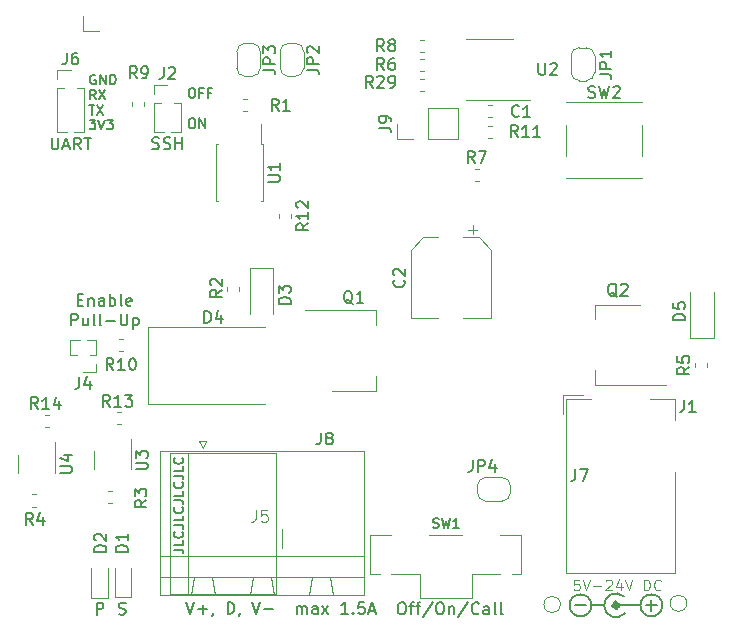
<source format=gbr>
%TF.GenerationSoftware,KiCad,Pcbnew,5.1.5-52549c5~84~ubuntu19.10.1*%
%TF.CreationDate,2020-01-05T17:23:38+01:00*%
%TF.ProjectId,RPi heating control hat,52506920-6865-4617-9469-6e6720636f6e,rev?*%
%TF.SameCoordinates,Original*%
%TF.FileFunction,Legend,Top*%
%TF.FilePolarity,Positive*%
%FSLAX46Y46*%
G04 Gerber Fmt 4.6, Leading zero omitted, Abs format (unit mm)*
G04 Created by KiCad (PCBNEW 5.1.5-52549c5~84~ubuntu19.10.1) date 2020-01-05 17:23:38*
%MOMM*%
%LPD*%
G04 APERTURE LIST*
%ADD10C,0.152400*%
%ADD11C,0.150000*%
%ADD12C,0.100000*%
%ADD13C,0.200000*%
%ADD14C,0.120000*%
%ADD15C,0.500000*%
G04 APERTURE END LIST*
D10*
X93354895Y-110754361D02*
X93935466Y-110754361D01*
X94051580Y-110793066D01*
X94128990Y-110870476D01*
X94167695Y-110986590D01*
X94167695Y-111064000D01*
X94167695Y-109980266D02*
X94167695Y-110367314D01*
X93354895Y-110367314D01*
X94090285Y-109244876D02*
X94128990Y-109283580D01*
X94167695Y-109399695D01*
X94167695Y-109477104D01*
X94128990Y-109593219D01*
X94051580Y-109670628D01*
X93974171Y-109709333D01*
X93819352Y-109748038D01*
X93703238Y-109748038D01*
X93548419Y-109709333D01*
X93471009Y-109670628D01*
X93393600Y-109593219D01*
X93354895Y-109477104D01*
X93354895Y-109399695D01*
X93393600Y-109283580D01*
X93432304Y-109244876D01*
X93354895Y-108664304D02*
X93935466Y-108664304D01*
X94051580Y-108703009D01*
X94128990Y-108780419D01*
X94167695Y-108896533D01*
X94167695Y-108973942D01*
X94167695Y-107890209D02*
X94167695Y-108277257D01*
X93354895Y-108277257D01*
X94090285Y-107154819D02*
X94128990Y-107193523D01*
X94167695Y-107309638D01*
X94167695Y-107387047D01*
X94128990Y-107503161D01*
X94051580Y-107580571D01*
X93974171Y-107619276D01*
X93819352Y-107657980D01*
X93703238Y-107657980D01*
X93548419Y-107619276D01*
X93471009Y-107580571D01*
X93393600Y-107503161D01*
X93354895Y-107387047D01*
X93354895Y-107309638D01*
X93393600Y-107193523D01*
X93432304Y-107154819D01*
X93354895Y-106574247D02*
X93935466Y-106574247D01*
X94051580Y-106612952D01*
X94128990Y-106690361D01*
X94167695Y-106806476D01*
X94167695Y-106883885D01*
X94167695Y-105800152D02*
X94167695Y-106187200D01*
X93354895Y-106187200D01*
X94090285Y-105064761D02*
X94128990Y-105103466D01*
X94167695Y-105219580D01*
X94167695Y-105296990D01*
X94128990Y-105413104D01*
X94051580Y-105490514D01*
X93974171Y-105529219D01*
X93819352Y-105567923D01*
X93703238Y-105567923D01*
X93548419Y-105529219D01*
X93471009Y-105490514D01*
X93393600Y-105413104D01*
X93354895Y-105296990D01*
X93354895Y-105219580D01*
X93393600Y-105103466D01*
X93432304Y-105064761D01*
X93354895Y-104484190D02*
X93935466Y-104484190D01*
X94051580Y-104522895D01*
X94128990Y-104600304D01*
X94167695Y-104716419D01*
X94167695Y-104793828D01*
X94167695Y-103710095D02*
X94167695Y-104097142D01*
X93354895Y-104097142D01*
X94090285Y-102974704D02*
X94128990Y-103013409D01*
X94167695Y-103129523D01*
X94167695Y-103206933D01*
X94128990Y-103323047D01*
X94051580Y-103400457D01*
X93974171Y-103439161D01*
X93819352Y-103477866D01*
X93703238Y-103477866D01*
X93548419Y-103439161D01*
X93471009Y-103400457D01*
X93393600Y-103323047D01*
X93354895Y-103206933D01*
X93354895Y-103129523D01*
X93393600Y-103013409D01*
X93432304Y-102974704D01*
D11*
X85238095Y-89603571D02*
X85571428Y-89603571D01*
X85714285Y-90127380D02*
X85238095Y-90127380D01*
X85238095Y-89127380D01*
X85714285Y-89127380D01*
X86142857Y-89460714D02*
X86142857Y-90127380D01*
X86142857Y-89555952D02*
X86190476Y-89508333D01*
X86285714Y-89460714D01*
X86428571Y-89460714D01*
X86523809Y-89508333D01*
X86571428Y-89603571D01*
X86571428Y-90127380D01*
X87476190Y-90127380D02*
X87476190Y-89603571D01*
X87428571Y-89508333D01*
X87333333Y-89460714D01*
X87142857Y-89460714D01*
X87047619Y-89508333D01*
X87476190Y-90079761D02*
X87380952Y-90127380D01*
X87142857Y-90127380D01*
X87047619Y-90079761D01*
X87000000Y-89984523D01*
X87000000Y-89889285D01*
X87047619Y-89794047D01*
X87142857Y-89746428D01*
X87380952Y-89746428D01*
X87476190Y-89698809D01*
X87952380Y-90127380D02*
X87952380Y-89127380D01*
X87952380Y-89508333D02*
X88047619Y-89460714D01*
X88238095Y-89460714D01*
X88333333Y-89508333D01*
X88380952Y-89555952D01*
X88428571Y-89651190D01*
X88428571Y-89936904D01*
X88380952Y-90032142D01*
X88333333Y-90079761D01*
X88238095Y-90127380D01*
X88047619Y-90127380D01*
X87952380Y-90079761D01*
X89000000Y-90127380D02*
X88904761Y-90079761D01*
X88857142Y-89984523D01*
X88857142Y-89127380D01*
X89761904Y-90079761D02*
X89666666Y-90127380D01*
X89476190Y-90127380D01*
X89380952Y-90079761D01*
X89333333Y-89984523D01*
X89333333Y-89603571D01*
X89380952Y-89508333D01*
X89476190Y-89460714D01*
X89666666Y-89460714D01*
X89761904Y-89508333D01*
X89809523Y-89603571D01*
X89809523Y-89698809D01*
X89333333Y-89794047D01*
X84666666Y-91777380D02*
X84666666Y-90777380D01*
X85047619Y-90777380D01*
X85142857Y-90825000D01*
X85190476Y-90872619D01*
X85238095Y-90967857D01*
X85238095Y-91110714D01*
X85190476Y-91205952D01*
X85142857Y-91253571D01*
X85047619Y-91301190D01*
X84666666Y-91301190D01*
X86095238Y-91110714D02*
X86095238Y-91777380D01*
X85666666Y-91110714D02*
X85666666Y-91634523D01*
X85714285Y-91729761D01*
X85809523Y-91777380D01*
X85952380Y-91777380D01*
X86047619Y-91729761D01*
X86095238Y-91682142D01*
X86714285Y-91777380D02*
X86619047Y-91729761D01*
X86571428Y-91634523D01*
X86571428Y-90777380D01*
X87238095Y-91777380D02*
X87142857Y-91729761D01*
X87095238Y-91634523D01*
X87095238Y-90777380D01*
X87619047Y-91396428D02*
X88380952Y-91396428D01*
X88857142Y-90777380D02*
X88857142Y-91586904D01*
X88904761Y-91682142D01*
X88952380Y-91729761D01*
X89047619Y-91777380D01*
X89238095Y-91777380D01*
X89333333Y-91729761D01*
X89380952Y-91682142D01*
X89428571Y-91586904D01*
X89428571Y-90777380D01*
X89904761Y-91110714D02*
X89904761Y-92110714D01*
X89904761Y-91158333D02*
X90000000Y-91110714D01*
X90190476Y-91110714D01*
X90285714Y-91158333D01*
X90333333Y-91205952D01*
X90380952Y-91301190D01*
X90380952Y-91586904D01*
X90333333Y-91682142D01*
X90285714Y-91729761D01*
X90190476Y-91777380D01*
X90000000Y-91777380D01*
X89904761Y-91729761D01*
X94442738Y-115202380D02*
X94776071Y-116202380D01*
X95109404Y-115202380D01*
X95442738Y-115821428D02*
X96204642Y-115821428D01*
X95823690Y-116202380D02*
X95823690Y-115440476D01*
X96728452Y-116154761D02*
X96728452Y-116202380D01*
X96680833Y-116297619D01*
X96633214Y-116345238D01*
X97918928Y-116202380D02*
X97918928Y-115202380D01*
X98157023Y-115202380D01*
X98299880Y-115250000D01*
X98395119Y-115345238D01*
X98442738Y-115440476D01*
X98490357Y-115630952D01*
X98490357Y-115773809D01*
X98442738Y-115964285D01*
X98395119Y-116059523D01*
X98299880Y-116154761D01*
X98157023Y-116202380D01*
X97918928Y-116202380D01*
X98966547Y-116154761D02*
X98966547Y-116202380D01*
X98918928Y-116297619D01*
X98871309Y-116345238D01*
X100014166Y-115202380D02*
X100347500Y-116202380D01*
X100680833Y-115202380D01*
X101014166Y-115821428D02*
X101776071Y-115821428D01*
X103776071Y-116202380D02*
X103776071Y-115535714D01*
X103776071Y-115630952D02*
X103823690Y-115583333D01*
X103918928Y-115535714D01*
X104061785Y-115535714D01*
X104157023Y-115583333D01*
X104204642Y-115678571D01*
X104204642Y-116202380D01*
X104204642Y-115678571D02*
X104252261Y-115583333D01*
X104347500Y-115535714D01*
X104490357Y-115535714D01*
X104585595Y-115583333D01*
X104633214Y-115678571D01*
X104633214Y-116202380D01*
X105537976Y-116202380D02*
X105537976Y-115678571D01*
X105490357Y-115583333D01*
X105395119Y-115535714D01*
X105204642Y-115535714D01*
X105109404Y-115583333D01*
X105537976Y-116154761D02*
X105442738Y-116202380D01*
X105204642Y-116202380D01*
X105109404Y-116154761D01*
X105061785Y-116059523D01*
X105061785Y-115964285D01*
X105109404Y-115869047D01*
X105204642Y-115821428D01*
X105442738Y-115821428D01*
X105537976Y-115773809D01*
X105918928Y-116202380D02*
X106442738Y-115535714D01*
X105918928Y-115535714D02*
X106442738Y-116202380D01*
X108109404Y-116202380D02*
X107537976Y-116202380D01*
X107823690Y-116202380D02*
X107823690Y-115202380D01*
X107728452Y-115345238D01*
X107633214Y-115440476D01*
X107537976Y-115488095D01*
X108537976Y-116107142D02*
X108585595Y-116154761D01*
X108537976Y-116202380D01*
X108490357Y-116154761D01*
X108537976Y-116107142D01*
X108537976Y-116202380D01*
X109490357Y-115202380D02*
X109014166Y-115202380D01*
X108966547Y-115678571D01*
X109014166Y-115630952D01*
X109109404Y-115583333D01*
X109347500Y-115583333D01*
X109442738Y-115630952D01*
X109490357Y-115678571D01*
X109537976Y-115773809D01*
X109537976Y-116011904D01*
X109490357Y-116107142D01*
X109442738Y-116154761D01*
X109347500Y-116202380D01*
X109109404Y-116202380D01*
X109014166Y-116154761D01*
X108966547Y-116107142D01*
X109918928Y-115916666D02*
X110395119Y-115916666D01*
X109823690Y-116202380D02*
X110157023Y-115202380D01*
X110490357Y-116202380D01*
X112583333Y-115227380D02*
X112773809Y-115227380D01*
X112869047Y-115275000D01*
X112964285Y-115370238D01*
X113011904Y-115560714D01*
X113011904Y-115894047D01*
X112964285Y-116084523D01*
X112869047Y-116179761D01*
X112773809Y-116227380D01*
X112583333Y-116227380D01*
X112488095Y-116179761D01*
X112392857Y-116084523D01*
X112345238Y-115894047D01*
X112345238Y-115560714D01*
X112392857Y-115370238D01*
X112488095Y-115275000D01*
X112583333Y-115227380D01*
X113297619Y-115560714D02*
X113678571Y-115560714D01*
X113440476Y-116227380D02*
X113440476Y-115370238D01*
X113488095Y-115275000D01*
X113583333Y-115227380D01*
X113678571Y-115227380D01*
X113869047Y-115560714D02*
X114250000Y-115560714D01*
X114011904Y-116227380D02*
X114011904Y-115370238D01*
X114059523Y-115275000D01*
X114154761Y-115227380D01*
X114250000Y-115227380D01*
X115297619Y-115179761D02*
X114440476Y-116465476D01*
X115821428Y-115227380D02*
X116011904Y-115227380D01*
X116107142Y-115275000D01*
X116202380Y-115370238D01*
X116250000Y-115560714D01*
X116250000Y-115894047D01*
X116202380Y-116084523D01*
X116107142Y-116179761D01*
X116011904Y-116227380D01*
X115821428Y-116227380D01*
X115726190Y-116179761D01*
X115630952Y-116084523D01*
X115583333Y-115894047D01*
X115583333Y-115560714D01*
X115630952Y-115370238D01*
X115726190Y-115275000D01*
X115821428Y-115227380D01*
X116678571Y-115560714D02*
X116678571Y-116227380D01*
X116678571Y-115655952D02*
X116726190Y-115608333D01*
X116821428Y-115560714D01*
X116964285Y-115560714D01*
X117059523Y-115608333D01*
X117107142Y-115703571D01*
X117107142Y-116227380D01*
X118297619Y-115179761D02*
X117440476Y-116465476D01*
X119202380Y-116132142D02*
X119154761Y-116179761D01*
X119011904Y-116227380D01*
X118916666Y-116227380D01*
X118773809Y-116179761D01*
X118678571Y-116084523D01*
X118630952Y-115989285D01*
X118583333Y-115798809D01*
X118583333Y-115655952D01*
X118630952Y-115465476D01*
X118678571Y-115370238D01*
X118773809Y-115275000D01*
X118916666Y-115227380D01*
X119011904Y-115227380D01*
X119154761Y-115275000D01*
X119202380Y-115322619D01*
X120059523Y-116227380D02*
X120059523Y-115703571D01*
X120011904Y-115608333D01*
X119916666Y-115560714D01*
X119726190Y-115560714D01*
X119630952Y-115608333D01*
X120059523Y-116179761D02*
X119964285Y-116227380D01*
X119726190Y-116227380D01*
X119630952Y-116179761D01*
X119583333Y-116084523D01*
X119583333Y-115989285D01*
X119630952Y-115894047D01*
X119726190Y-115846428D01*
X119964285Y-115846428D01*
X120059523Y-115798809D01*
X120678571Y-116227380D02*
X120583333Y-116179761D01*
X120535714Y-116084523D01*
X120535714Y-115227380D01*
X121202380Y-116227380D02*
X121107142Y-116179761D01*
X121059523Y-116084523D01*
X121059523Y-115227380D01*
D10*
X94837402Y-71694895D02*
X94992221Y-71694895D01*
X95069631Y-71733600D01*
X95147040Y-71811009D01*
X95185745Y-71965828D01*
X95185745Y-72236761D01*
X95147040Y-72391580D01*
X95069631Y-72468990D01*
X94992221Y-72507695D01*
X94837402Y-72507695D01*
X94759993Y-72468990D01*
X94682583Y-72391580D01*
X94643879Y-72236761D01*
X94643879Y-71965828D01*
X94682583Y-71811009D01*
X94759993Y-71733600D01*
X94837402Y-71694895D01*
X95805021Y-72081942D02*
X95534088Y-72081942D01*
X95534088Y-72507695D02*
X95534088Y-71694895D01*
X95921136Y-71694895D01*
X96501707Y-72081942D02*
X96230774Y-72081942D01*
X96230774Y-72507695D02*
X96230774Y-71694895D01*
X96617821Y-71694895D01*
X94827402Y-74254895D02*
X94982221Y-74254895D01*
X95059631Y-74293600D01*
X95137040Y-74371009D01*
X95175745Y-74525828D01*
X95175745Y-74796761D01*
X95137040Y-74951580D01*
X95059631Y-75028990D01*
X94982221Y-75067695D01*
X94827402Y-75067695D01*
X94749993Y-75028990D01*
X94672583Y-74951580D01*
X94633879Y-74796761D01*
X94633879Y-74525828D01*
X94672583Y-74371009D01*
X94749993Y-74293600D01*
X94827402Y-74254895D01*
X95524088Y-75067695D02*
X95524088Y-74254895D01*
X95988545Y-75067695D01*
X95988545Y-74254895D01*
D12*
X127685714Y-113307142D02*
X127257142Y-113307142D01*
X127214285Y-113735714D01*
X127257142Y-113692857D01*
X127342857Y-113650000D01*
X127557142Y-113650000D01*
X127642857Y-113692857D01*
X127685714Y-113735714D01*
X127728571Y-113821428D01*
X127728571Y-114035714D01*
X127685714Y-114121428D01*
X127642857Y-114164285D01*
X127557142Y-114207142D01*
X127342857Y-114207142D01*
X127257142Y-114164285D01*
X127214285Y-114121428D01*
X127985714Y-113307142D02*
X128285714Y-114207142D01*
X128585714Y-113307142D01*
X128885714Y-113864285D02*
X129571428Y-113864285D01*
X129957142Y-113392857D02*
X130000000Y-113350000D01*
X130085714Y-113307142D01*
X130300000Y-113307142D01*
X130385714Y-113350000D01*
X130428571Y-113392857D01*
X130471428Y-113478571D01*
X130471428Y-113564285D01*
X130428571Y-113692857D01*
X129914285Y-114207142D01*
X130471428Y-114207142D01*
X131242857Y-113607142D02*
X131242857Y-114207142D01*
X131028571Y-113264285D02*
X130814285Y-113907142D01*
X131371428Y-113907142D01*
X131585714Y-113307142D02*
X131885714Y-114207142D01*
X132185714Y-113307142D01*
X133171428Y-114207142D02*
X133171428Y-113307142D01*
X133385714Y-113307142D01*
X133514285Y-113350000D01*
X133600000Y-113435714D01*
X133642857Y-113521428D01*
X133685714Y-113692857D01*
X133685714Y-113821428D01*
X133642857Y-113992857D01*
X133600000Y-114078571D01*
X133514285Y-114164285D01*
X133385714Y-114207142D01*
X133171428Y-114207142D01*
X134585714Y-114121428D02*
X134542857Y-114164285D01*
X134414285Y-114207142D01*
X134328571Y-114207142D01*
X134200000Y-114164285D01*
X134114285Y-114078571D01*
X134071428Y-113992857D01*
X134028571Y-113821428D01*
X134028571Y-113692857D01*
X134071428Y-113521428D01*
X134114285Y-113435714D01*
X134200000Y-113350000D01*
X134328571Y-113307142D01*
X134414285Y-113307142D01*
X134542857Y-113350000D01*
X134585714Y-113392857D01*
D10*
X86235174Y-74364895D02*
X86738336Y-74364895D01*
X86467402Y-74674533D01*
X86583517Y-74674533D01*
X86660926Y-74713238D01*
X86699631Y-74751942D01*
X86738336Y-74829352D01*
X86738336Y-75022876D01*
X86699631Y-75100285D01*
X86660926Y-75138990D01*
X86583517Y-75177695D01*
X86351288Y-75177695D01*
X86273879Y-75138990D01*
X86235174Y-75100285D01*
X86970564Y-74364895D02*
X87241498Y-75177695D01*
X87512431Y-74364895D01*
X87705955Y-74364895D02*
X88209117Y-74364895D01*
X87938183Y-74674533D01*
X88054298Y-74674533D01*
X88131707Y-74713238D01*
X88170412Y-74751942D01*
X88209117Y-74829352D01*
X88209117Y-75022876D01*
X88170412Y-75100285D01*
X88131707Y-75138990D01*
X88054298Y-75177695D01*
X87822069Y-75177695D01*
X87744660Y-75138990D01*
X87705955Y-75100285D01*
X86186469Y-73114895D02*
X86650926Y-73114895D01*
X86418698Y-73927695D02*
X86418698Y-73114895D01*
X86844450Y-73114895D02*
X87386317Y-73927695D01*
X87386317Y-73114895D02*
X86844450Y-73927695D01*
X86767040Y-72647695D02*
X86496107Y-72260647D01*
X86302583Y-72647695D02*
X86302583Y-71834895D01*
X86612221Y-71834895D01*
X86689631Y-71873600D01*
X86728336Y-71912304D01*
X86767040Y-71989714D01*
X86767040Y-72105828D01*
X86728336Y-72183238D01*
X86689631Y-72221942D01*
X86612221Y-72260647D01*
X86302583Y-72260647D01*
X87037974Y-71834895D02*
X87579840Y-72647695D01*
X87579840Y-71834895D02*
X87037974Y-72647695D01*
D11*
X86736776Y-70603600D02*
X86659366Y-70564895D01*
X86543252Y-70564895D01*
X86427138Y-70603600D01*
X86349728Y-70681009D01*
X86311023Y-70758419D01*
X86272319Y-70913238D01*
X86272319Y-71029352D01*
X86311023Y-71184171D01*
X86349728Y-71261580D01*
X86427138Y-71338990D01*
X86543252Y-71377695D01*
X86620661Y-71377695D01*
X86736776Y-71338990D01*
X86775480Y-71300285D01*
X86775480Y-71029352D01*
X86620661Y-71029352D01*
X87123823Y-71377695D02*
X87123823Y-70564895D01*
X87588280Y-71377695D01*
X87588280Y-70564895D01*
X87975328Y-71377695D02*
X87975328Y-70564895D01*
X88168852Y-70564895D01*
X88284966Y-70603600D01*
X88362376Y-70681009D01*
X88401080Y-70758419D01*
X88439785Y-70913238D01*
X88439785Y-71029352D01*
X88401080Y-71184171D01*
X88362376Y-71261580D01*
X88284966Y-71338990D01*
X88168852Y-71377695D01*
X87975328Y-71377695D01*
D13*
X127342857Y-115485714D02*
X128257142Y-115485714D01*
X133342857Y-115485714D02*
X134257142Y-115485714D01*
X133800000Y-115942857D02*
X133800000Y-115028571D01*
D14*
%TO.C,R14*%
X82771267Y-99390000D02*
X82428733Y-99390000D01*
X82771267Y-100410000D02*
X82428733Y-100410000D01*
%TO.C,R13*%
X88871267Y-99090000D02*
X88528733Y-99090000D01*
X88871267Y-100110000D02*
X88528733Y-100110000D01*
%TO.C,R12*%
X103310000Y-82671267D02*
X103310000Y-82328733D01*
X102290000Y-82671267D02*
X102290000Y-82328733D01*
%TO.C,R10*%
X88728733Y-93910000D02*
X89071267Y-93910000D01*
X88728733Y-92890000D02*
X89071267Y-92890000D01*
%TO.C,J4*%
X86810000Y-95760000D02*
X85700000Y-95760000D01*
X86810000Y-95000000D02*
X86810000Y-95760000D01*
X85136529Y-94240000D02*
X84590000Y-94240000D01*
X86810000Y-94240000D02*
X86263471Y-94240000D01*
X84590000Y-94240000D02*
X84590000Y-93035000D01*
X86810000Y-94240000D02*
X86810000Y-93035000D01*
X85392470Y-93035000D02*
X84590000Y-93035000D01*
X86810000Y-93035000D02*
X86007530Y-93035000D01*
D11*
%TO.C,Polarity_Marker*%
X131475000Y-114725000D02*
G75*
G03X131550000Y-116150000I-675000J-750000D01*
G01*
D15*
X130975000Y-115475000D02*
G75*
G03X130975000Y-115475000I-175000J0D01*
G01*
D11*
X134725000Y-115475000D02*
G75*
G03X134725000Y-115475000I-925000J0D01*
G01*
X128725000Y-115475000D02*
G75*
G03X128725000Y-115475000I-925000J0D01*
G01*
X128800000Y-115475000D02*
X129700000Y-115475000D01*
X130800000Y-115475000D02*
X132800000Y-115475000D01*
D14*
%TO.C,SW1*%
X115000000Y-109550000D02*
X117800000Y-109550000D01*
X122800000Y-109550000D02*
X121000000Y-109550000D01*
X122800000Y-112850000D02*
X122800000Y-109550000D01*
X122000000Y-112850000D02*
X122800000Y-112850000D01*
X118600000Y-112850000D02*
X121000000Y-112850000D01*
X118600000Y-114850000D02*
X118600000Y-112850000D01*
X114200000Y-114850000D02*
X118600000Y-114850000D01*
X114200000Y-112850000D02*
X114200000Y-114850000D01*
X111800000Y-112850000D02*
X114200000Y-112850000D01*
X110000000Y-112850000D02*
X110800000Y-112850000D01*
X110000000Y-109550000D02*
X110000000Y-112850000D01*
X111800000Y-109550000D02*
X110000000Y-109550000D01*
%TO.C,D4*%
X91200000Y-91950000D02*
X101100000Y-91950000D01*
X91200000Y-98450000D02*
X101100000Y-98450000D01*
X91200000Y-98450000D02*
X91200000Y-91950000D01*
%TO.C,JP4*%
X121175000Y-106650000D02*
X119775000Y-106650000D01*
X119075000Y-105950000D02*
X119075000Y-105350000D01*
X119775000Y-104650000D02*
X121175000Y-104650000D01*
X121875000Y-105350000D02*
X121875000Y-105950000D01*
X121875000Y-105950000D02*
G75*
G02X121175000Y-106650000I-700000J0D01*
G01*
X121175000Y-104650000D02*
G75*
G02X121875000Y-105350000I0J-700000D01*
G01*
X119075000Y-105350000D02*
G75*
G02X119775000Y-104650000I700000J0D01*
G01*
X119775000Y-106650000D02*
G75*
G02X119075000Y-105950000I0J700000D01*
G01*
%TO.C,J3*%
X85670000Y-66870000D02*
X85670000Y-65540000D01*
X87000000Y-66870000D02*
X85670000Y-66870000D01*
%TO.C,JP3*%
X100700000Y-68590000D02*
X100700000Y-69990000D01*
X100000000Y-70690000D02*
X99400000Y-70690000D01*
X98700000Y-69990000D02*
X98700000Y-68590000D01*
X99400000Y-67890000D02*
X100000000Y-67890000D01*
X100000000Y-67890000D02*
G75*
G02X100700000Y-68590000I0J-700000D01*
G01*
X98700000Y-68590000D02*
G75*
G02X99400000Y-67890000I700000J0D01*
G01*
X99400000Y-70690000D02*
G75*
G02X98700000Y-69990000I0J700000D01*
G01*
X100700000Y-69990000D02*
G75*
G02X100000000Y-70690000I-700000J0D01*
G01*
%TO.C,J5*%
X102540000Y-110650000D02*
X102540000Y-109050000D01*
X93040000Y-114550000D02*
X93040000Y-102550000D01*
X102040000Y-102550000D02*
X102040000Y-114550000D01*
X93040000Y-102550000D02*
X102040000Y-102550000D01*
X94540000Y-114550000D02*
X94540000Y-102550000D01*
X102040000Y-114550000D02*
X93040000Y-114550000D01*
%TO.C,R9*%
X90880000Y-73181267D02*
X90880000Y-72838733D01*
X89860000Y-73181267D02*
X89860000Y-72838733D01*
%TO.C,R7*%
X118828733Y-79510000D02*
X119171267Y-79510000D01*
X118828733Y-78490000D02*
X119171267Y-78490000D01*
%TO.C,J2*%
X91720000Y-71400000D02*
X92830000Y-71400000D01*
X91720000Y-72160000D02*
X91720000Y-71400000D01*
X93393471Y-72920000D02*
X93940000Y-72920000D01*
X91720000Y-72920000D02*
X92266529Y-72920000D01*
X93940000Y-72920000D02*
X93940000Y-75395000D01*
X91720000Y-72920000D02*
X91720000Y-75395000D01*
X93137530Y-75395000D02*
X93940000Y-75395000D01*
X91720000Y-75395000D02*
X92522470Y-75395000D01*
%TO.C,U4*%
X83310000Y-103520000D02*
X83310000Y-101670000D01*
X83310000Y-103520000D02*
X83310000Y-104270000D01*
X80190000Y-103520000D02*
X80190000Y-102770000D01*
X80190000Y-103520000D02*
X80190000Y-104270000D01*
%TO.C,U3*%
X89750000Y-103200000D02*
X89750000Y-101350000D01*
X89750000Y-103200000D02*
X89750000Y-103950000D01*
X86630000Y-103200000D02*
X86630000Y-102450000D01*
X86630000Y-103200000D02*
X86630000Y-103950000D01*
%TO.C,R5*%
X138500000Y-95301267D02*
X138500000Y-94958733D01*
X137480000Y-95301267D02*
X137480000Y-94958733D01*
%TO.C,Q2*%
X135080000Y-96830000D02*
X129070000Y-96830000D01*
X132830000Y-90010000D02*
X129070000Y-90010000D01*
X129070000Y-96830000D02*
X129070000Y-95570000D01*
X129070000Y-90010000D02*
X129070000Y-91270000D01*
%TO.C,J8*%
X95520000Y-101580000D02*
X96120000Y-101580000D01*
X95820000Y-102180000D02*
X95520000Y-101580000D01*
X96120000Y-101580000D02*
X95820000Y-102180000D01*
X105070000Y-113100000D02*
X104820000Y-114600000D01*
X106570000Y-113100000D02*
X105070000Y-113100000D01*
X106820000Y-114600000D02*
X106570000Y-113100000D01*
X104820000Y-114600000D02*
X106820000Y-114600000D01*
X100070000Y-113100000D02*
X99820000Y-114600000D01*
X101570000Y-113100000D02*
X100070000Y-113100000D01*
X101820000Y-114600000D02*
X101570000Y-113100000D01*
X99820000Y-114600000D02*
X101820000Y-114600000D01*
X95070000Y-113100000D02*
X94820000Y-114600000D01*
X96570000Y-113100000D02*
X95070000Y-113100000D01*
X96820000Y-114600000D02*
X96570000Y-113100000D01*
X94820000Y-114600000D02*
X96820000Y-114600000D01*
X109430000Y-113100000D02*
X92210000Y-113100000D01*
X109430000Y-111300000D02*
X109430000Y-113100000D01*
X92210000Y-111300000D02*
X109430000Y-111300000D01*
X92210000Y-113100000D02*
X92210000Y-111300000D01*
X109430000Y-102380000D02*
X92210000Y-102380000D01*
X109430000Y-114600000D02*
X109430000Y-102380000D01*
X92210000Y-114600000D02*
X109430000Y-114600000D01*
X92210000Y-102380000D02*
X92210000Y-114600000D01*
%TO.C,D5*%
X137100000Y-92850000D02*
X137100000Y-88950000D01*
X139100000Y-92850000D02*
X139100000Y-88950000D01*
X137100000Y-92850000D02*
X139100000Y-92850000D01*
%TO.C,D3*%
X101800000Y-86950000D02*
X101800000Y-90850000D01*
X99800000Y-86950000D02*
X99800000Y-90850000D01*
X101800000Y-86950000D02*
X99800000Y-86950000D01*
%TO.C,R4*%
X81328733Y-107110000D02*
X81671267Y-107110000D01*
X81328733Y-106090000D02*
X81671267Y-106090000D01*
%TO.C,R3*%
X87768733Y-106840000D02*
X88111267Y-106840000D01*
X87768733Y-105820000D02*
X88111267Y-105820000D01*
%TO.C,J6*%
X83520000Y-70160000D02*
X84630000Y-70160000D01*
X83520000Y-70920000D02*
X83520000Y-70160000D01*
X85193471Y-71680000D02*
X85740000Y-71680000D01*
X83520000Y-71680000D02*
X84066529Y-71680000D01*
X85740000Y-71680000D02*
X85740000Y-75425000D01*
X83520000Y-71680000D02*
X83520000Y-75425000D01*
X84937530Y-75425000D02*
X85740000Y-75425000D01*
X83520000Y-75425000D02*
X84322470Y-75425000D01*
%TO.C,U1*%
X100920000Y-81250000D02*
X100770000Y-81250000D01*
X100920000Y-76450000D02*
X100920000Y-81250000D01*
X100770000Y-76450000D02*
X100920000Y-76450000D01*
X96920000Y-76450000D02*
X97070000Y-76450000D01*
X96920000Y-81250000D02*
X96920000Y-76450000D01*
X97070000Y-81250000D02*
X96920000Y-81250000D01*
X100770000Y-76450000D02*
X100770000Y-74750000D01*
%TO.C,SW2*%
X126570000Y-79330000D02*
X133030000Y-79330000D01*
X126570000Y-74800000D02*
X126570000Y-77400000D01*
X126570000Y-72870000D02*
X133030000Y-72870000D01*
X133030000Y-74800000D02*
X133030000Y-77400000D01*
X126570000Y-72900000D02*
X126570000Y-72870000D01*
X126570000Y-79330000D02*
X126570000Y-79300000D01*
X133030000Y-79330000D02*
X133030000Y-79300000D01*
X133030000Y-72870000D02*
X133030000Y-72900000D01*
%TO.C,R2*%
X97890000Y-88528733D02*
X97890000Y-88871267D01*
X98910000Y-88528733D02*
X98910000Y-88871267D01*
%TO.C,R1*%
X99561267Y-72640000D02*
X99218733Y-72640000D01*
X99561267Y-73660000D02*
X99218733Y-73660000D01*
%TO.C,Q1*%
X104500000Y-90490000D02*
X110510000Y-90490000D01*
X106750000Y-97310000D02*
X110510000Y-97310000D01*
X110510000Y-90490000D02*
X110510000Y-91750000D01*
X110510000Y-97310000D02*
X110510000Y-96050000D01*
%TO.C,JP2*%
X104370000Y-68590000D02*
X104370000Y-69990000D01*
X103670000Y-70690000D02*
X103070000Y-70690000D01*
X102370000Y-69990000D02*
X102370000Y-68590000D01*
X103070000Y-67890000D02*
X103670000Y-67890000D01*
X103670000Y-67890000D02*
G75*
G02X104370000Y-68590000I0J-700000D01*
G01*
X102370000Y-68590000D02*
G75*
G02X103070000Y-67890000I700000J0D01*
G01*
X103070000Y-70690000D02*
G75*
G02X102370000Y-69990000I0J700000D01*
G01*
X104370000Y-69990000D02*
G75*
G02X103670000Y-70690000I-700000J0D01*
G01*
%TO.C,JP1*%
X129000000Y-68950000D02*
X129000000Y-70350000D01*
X128300000Y-71050000D02*
X127700000Y-71050000D01*
X127000000Y-70350000D02*
X127000000Y-68950000D01*
X127700000Y-68250000D02*
X128300000Y-68250000D01*
X128300000Y-68250000D02*
G75*
G02X129000000Y-68950000I0J-700000D01*
G01*
X127000000Y-68950000D02*
G75*
G02X127700000Y-68250000I700000J0D01*
G01*
X127700000Y-71050000D02*
G75*
G02X127000000Y-70350000I0J700000D01*
G01*
X129000000Y-70350000D02*
G75*
G02X128300000Y-71050000I-700000J0D01*
G01*
%TO.C,D2*%
X87765000Y-114815000D02*
X87765000Y-112330000D01*
X86395000Y-114815000D02*
X87765000Y-114815000D01*
X86395000Y-112330000D02*
X86395000Y-114815000D01*
%TO.C,D1*%
X89755000Y-114775000D02*
X89755000Y-112290000D01*
X88385000Y-114775000D02*
X89755000Y-114775000D01*
X88385000Y-112290000D02*
X88385000Y-114775000D01*
%TO.C,C2*%
X119071250Y-83666250D02*
X118283750Y-83666250D01*
X118677500Y-83272500D02*
X118677500Y-84060000D01*
X114484437Y-84300000D02*
X113420000Y-85364437D01*
X119175563Y-84300000D02*
X120240000Y-85364437D01*
X119175563Y-84300000D02*
X117890000Y-84300000D01*
X114484437Y-84300000D02*
X115770000Y-84300000D01*
X113420000Y-85364437D02*
X113420000Y-91120000D01*
X120240000Y-85364437D02*
X120240000Y-91120000D01*
X120240000Y-91120000D02*
X117890000Y-91120000D01*
X113420000Y-91120000D02*
X115770000Y-91120000D01*
%TO.C,C1*%
X119978733Y-74150000D02*
X120321267Y-74150000D01*
X119978733Y-73130000D02*
X120321267Y-73130000D01*
%TO.C,TP2*%
X126100000Y-115400000D02*
G75*
G03X126100000Y-115400000I-700000J0D01*
G01*
%TO.C,TP1*%
X136800000Y-115300000D02*
G75*
G03X136800000Y-115300000I-700000J0D01*
G01*
%TO.C,U2*%
X120100000Y-72660000D02*
X123550000Y-72660000D01*
X120100000Y-72660000D02*
X118150000Y-72660000D01*
X120100000Y-67540000D02*
X122050000Y-67540000D01*
X120100000Y-67540000D02*
X118150000Y-67540000D01*
%TO.C,J1*%
X126600000Y-98000000D02*
X128700000Y-98000000D01*
X126300000Y-97700000D02*
X126300000Y-99300000D01*
X128000000Y-97700000D02*
X126300000Y-97700000D01*
X135800000Y-98000000D02*
X135800000Y-99800000D01*
X133700000Y-98000000D02*
X135800000Y-98000000D01*
X126600000Y-112700000D02*
X126600000Y-98000000D01*
X135800000Y-112700000D02*
X126600000Y-112700000D01*
X135800000Y-104200000D02*
X135800000Y-112700000D01*
%TO.C,J9*%
X117470000Y-76030000D02*
X117470000Y-73370000D01*
X114870000Y-76030000D02*
X117470000Y-76030000D01*
X114870000Y-73370000D02*
X117470000Y-73370000D01*
X114870000Y-76030000D02*
X114870000Y-73370000D01*
X113600000Y-76030000D02*
X112270000Y-76030000D01*
X112270000Y-76030000D02*
X112270000Y-74700000D01*
%TO.C,R6*%
X114228733Y-69190000D02*
X114571267Y-69190000D01*
X114228733Y-70210000D02*
X114571267Y-70210000D01*
%TO.C,R29*%
X114228733Y-70890000D02*
X114571267Y-70890000D01*
X114228733Y-71910000D02*
X114571267Y-71910000D01*
%TO.C,R8*%
X114228733Y-68610000D02*
X114571267Y-68610000D01*
X114228733Y-67590000D02*
X114571267Y-67590000D01*
%TO.C,R11*%
X119928733Y-74890000D02*
X120271267Y-74890000D01*
X119928733Y-75910000D02*
X120271267Y-75910000D01*
%TD*%
%TO.C,R14*%
D11*
X81857142Y-98852380D02*
X81523809Y-98376190D01*
X81285714Y-98852380D02*
X81285714Y-97852380D01*
X81666666Y-97852380D01*
X81761904Y-97900000D01*
X81809523Y-97947619D01*
X81857142Y-98042857D01*
X81857142Y-98185714D01*
X81809523Y-98280952D01*
X81761904Y-98328571D01*
X81666666Y-98376190D01*
X81285714Y-98376190D01*
X82809523Y-98852380D02*
X82238095Y-98852380D01*
X82523809Y-98852380D02*
X82523809Y-97852380D01*
X82428571Y-97995238D01*
X82333333Y-98090476D01*
X82238095Y-98138095D01*
X83666666Y-98185714D02*
X83666666Y-98852380D01*
X83428571Y-97804761D02*
X83190476Y-98519047D01*
X83809523Y-98519047D01*
%TO.C,R13*%
X87957142Y-98652380D02*
X87623809Y-98176190D01*
X87385714Y-98652380D02*
X87385714Y-97652380D01*
X87766666Y-97652380D01*
X87861904Y-97700000D01*
X87909523Y-97747619D01*
X87957142Y-97842857D01*
X87957142Y-97985714D01*
X87909523Y-98080952D01*
X87861904Y-98128571D01*
X87766666Y-98176190D01*
X87385714Y-98176190D01*
X88909523Y-98652380D02*
X88338095Y-98652380D01*
X88623809Y-98652380D02*
X88623809Y-97652380D01*
X88528571Y-97795238D01*
X88433333Y-97890476D01*
X88338095Y-97938095D01*
X89242857Y-97652380D02*
X89861904Y-97652380D01*
X89528571Y-98033333D01*
X89671428Y-98033333D01*
X89766666Y-98080952D01*
X89814285Y-98128571D01*
X89861904Y-98223809D01*
X89861904Y-98461904D01*
X89814285Y-98557142D01*
X89766666Y-98604761D01*
X89671428Y-98652380D01*
X89385714Y-98652380D01*
X89290476Y-98604761D01*
X89242857Y-98557142D01*
%TO.C,R12*%
X104752380Y-83142857D02*
X104276190Y-83476190D01*
X104752380Y-83714285D02*
X103752380Y-83714285D01*
X103752380Y-83333333D01*
X103800000Y-83238095D01*
X103847619Y-83190476D01*
X103942857Y-83142857D01*
X104085714Y-83142857D01*
X104180952Y-83190476D01*
X104228571Y-83238095D01*
X104276190Y-83333333D01*
X104276190Y-83714285D01*
X104752380Y-82190476D02*
X104752380Y-82761904D01*
X104752380Y-82476190D02*
X103752380Y-82476190D01*
X103895238Y-82571428D01*
X103990476Y-82666666D01*
X104038095Y-82761904D01*
X103847619Y-81809523D02*
X103800000Y-81761904D01*
X103752380Y-81666666D01*
X103752380Y-81428571D01*
X103800000Y-81333333D01*
X103847619Y-81285714D01*
X103942857Y-81238095D01*
X104038095Y-81238095D01*
X104180952Y-81285714D01*
X104752380Y-81857142D01*
X104752380Y-81238095D01*
%TO.C,R10*%
X88257142Y-95552380D02*
X87923809Y-95076190D01*
X87685714Y-95552380D02*
X87685714Y-94552380D01*
X88066666Y-94552380D01*
X88161904Y-94600000D01*
X88209523Y-94647619D01*
X88257142Y-94742857D01*
X88257142Y-94885714D01*
X88209523Y-94980952D01*
X88161904Y-95028571D01*
X88066666Y-95076190D01*
X87685714Y-95076190D01*
X89209523Y-95552380D02*
X88638095Y-95552380D01*
X88923809Y-95552380D02*
X88923809Y-94552380D01*
X88828571Y-94695238D01*
X88733333Y-94790476D01*
X88638095Y-94838095D01*
X89828571Y-94552380D02*
X89923809Y-94552380D01*
X90019047Y-94600000D01*
X90066666Y-94647619D01*
X90114285Y-94742857D01*
X90161904Y-94933333D01*
X90161904Y-95171428D01*
X90114285Y-95361904D01*
X90066666Y-95457142D01*
X90019047Y-95504761D01*
X89923809Y-95552380D01*
X89828571Y-95552380D01*
X89733333Y-95504761D01*
X89685714Y-95457142D01*
X89638095Y-95361904D01*
X89590476Y-95171428D01*
X89590476Y-94933333D01*
X89638095Y-94742857D01*
X89685714Y-94647619D01*
X89733333Y-94600000D01*
X89828571Y-94552380D01*
%TO.C,J4*%
X85366666Y-96147380D02*
X85366666Y-96861666D01*
X85319047Y-97004523D01*
X85223809Y-97099761D01*
X85080952Y-97147380D01*
X84985714Y-97147380D01*
X86271428Y-96480714D02*
X86271428Y-97147380D01*
X86033333Y-96099761D02*
X85795238Y-96814047D01*
X86414285Y-96814047D01*
%TO.C,J7*%
X127366666Y-103952380D02*
X127366666Y-104666666D01*
X127319047Y-104809523D01*
X127223809Y-104904761D01*
X127080952Y-104952380D01*
X126985714Y-104952380D01*
X127747619Y-103952380D02*
X128414285Y-103952380D01*
X127985714Y-104952380D01*
%TO.C,SW1*%
D10*
X115316266Y-108878990D02*
X115432380Y-108917695D01*
X115625904Y-108917695D01*
X115703314Y-108878990D01*
X115742019Y-108840285D01*
X115780723Y-108762876D01*
X115780723Y-108685466D01*
X115742019Y-108608057D01*
X115703314Y-108569352D01*
X115625904Y-108530647D01*
X115471085Y-108491942D01*
X115393676Y-108453238D01*
X115354971Y-108414533D01*
X115316266Y-108337123D01*
X115316266Y-108259714D01*
X115354971Y-108182304D01*
X115393676Y-108143600D01*
X115471085Y-108104895D01*
X115664609Y-108104895D01*
X115780723Y-108143600D01*
X116051657Y-108104895D02*
X116245180Y-108917695D01*
X116400000Y-108337123D01*
X116554819Y-108917695D01*
X116748342Y-108104895D01*
X117483733Y-108917695D02*
X117019276Y-108917695D01*
X117251504Y-108917695D02*
X117251504Y-108104895D01*
X117174095Y-108221009D01*
X117096685Y-108298419D01*
X117019276Y-108337123D01*
%TO.C,D4*%
D11*
X95961904Y-91552380D02*
X95961904Y-90552380D01*
X96200000Y-90552380D01*
X96342857Y-90600000D01*
X96438095Y-90695238D01*
X96485714Y-90790476D01*
X96533333Y-90980952D01*
X96533333Y-91123809D01*
X96485714Y-91314285D01*
X96438095Y-91409523D01*
X96342857Y-91504761D01*
X96200000Y-91552380D01*
X95961904Y-91552380D01*
X97390476Y-90885714D02*
X97390476Y-91552380D01*
X97152380Y-90504761D02*
X96914285Y-91219047D01*
X97533333Y-91219047D01*
%TO.C,JP4*%
X118666666Y-103152380D02*
X118666666Y-103866666D01*
X118619047Y-104009523D01*
X118523809Y-104104761D01*
X118380952Y-104152380D01*
X118285714Y-104152380D01*
X119142857Y-104152380D02*
X119142857Y-103152380D01*
X119523809Y-103152380D01*
X119619047Y-103200000D01*
X119666666Y-103247619D01*
X119714285Y-103342857D01*
X119714285Y-103485714D01*
X119666666Y-103580952D01*
X119619047Y-103628571D01*
X119523809Y-103676190D01*
X119142857Y-103676190D01*
X120571428Y-103485714D02*
X120571428Y-104152380D01*
X120333333Y-103104761D02*
X120095238Y-103819047D01*
X120714285Y-103819047D01*
%TO.C,JP3*%
X100952380Y-70123333D02*
X101666666Y-70123333D01*
X101809523Y-70170952D01*
X101904761Y-70266190D01*
X101952380Y-70409047D01*
X101952380Y-70504285D01*
X101952380Y-69647142D02*
X100952380Y-69647142D01*
X100952380Y-69266190D01*
X101000000Y-69170952D01*
X101047619Y-69123333D01*
X101142857Y-69075714D01*
X101285714Y-69075714D01*
X101380952Y-69123333D01*
X101428571Y-69170952D01*
X101476190Y-69266190D01*
X101476190Y-69647142D01*
X100952380Y-68742380D02*
X100952380Y-68123333D01*
X101333333Y-68456666D01*
X101333333Y-68313809D01*
X101380952Y-68218571D01*
X101428571Y-68170952D01*
X101523809Y-68123333D01*
X101761904Y-68123333D01*
X101857142Y-68170952D01*
X101904761Y-68218571D01*
X101952380Y-68313809D01*
X101952380Y-68599523D01*
X101904761Y-68694761D01*
X101857142Y-68742380D01*
%TO.C,J5*%
D14*
X100316666Y-107402380D02*
X100316666Y-108116666D01*
X100269047Y-108259523D01*
X100173809Y-108354761D01*
X100030952Y-108402380D01*
X99935714Y-108402380D01*
X101269047Y-107402380D02*
X100792857Y-107402380D01*
X100745238Y-107878571D01*
X100792857Y-107830952D01*
X100888095Y-107783333D01*
X101126190Y-107783333D01*
X101221428Y-107830952D01*
X101269047Y-107878571D01*
X101316666Y-107973809D01*
X101316666Y-108211904D01*
X101269047Y-108307142D01*
X101221428Y-108354761D01*
X101126190Y-108402380D01*
X100888095Y-108402380D01*
X100792857Y-108354761D01*
X100745238Y-108307142D01*
%TO.C,R9*%
D11*
X90233333Y-70852380D02*
X89900000Y-70376190D01*
X89661904Y-70852380D02*
X89661904Y-69852380D01*
X90042857Y-69852380D01*
X90138095Y-69900000D01*
X90185714Y-69947619D01*
X90233333Y-70042857D01*
X90233333Y-70185714D01*
X90185714Y-70280952D01*
X90138095Y-70328571D01*
X90042857Y-70376190D01*
X89661904Y-70376190D01*
X90709523Y-70852380D02*
X90900000Y-70852380D01*
X90995238Y-70804761D01*
X91042857Y-70757142D01*
X91138095Y-70614285D01*
X91185714Y-70423809D01*
X91185714Y-70042857D01*
X91138095Y-69947619D01*
X91090476Y-69900000D01*
X90995238Y-69852380D01*
X90804761Y-69852380D01*
X90709523Y-69900000D01*
X90661904Y-69947619D01*
X90614285Y-70042857D01*
X90614285Y-70280952D01*
X90661904Y-70376190D01*
X90709523Y-70423809D01*
X90804761Y-70471428D01*
X90995238Y-70471428D01*
X91090476Y-70423809D01*
X91138095Y-70376190D01*
X91185714Y-70280952D01*
%TO.C,R7*%
X118833333Y-78022380D02*
X118500000Y-77546190D01*
X118261904Y-78022380D02*
X118261904Y-77022380D01*
X118642857Y-77022380D01*
X118738095Y-77070000D01*
X118785714Y-77117619D01*
X118833333Y-77212857D01*
X118833333Y-77355714D01*
X118785714Y-77450952D01*
X118738095Y-77498571D01*
X118642857Y-77546190D01*
X118261904Y-77546190D01*
X119166666Y-77022380D02*
X119833333Y-77022380D01*
X119404761Y-78022380D01*
%TO.C,J2*%
X92496666Y-69917380D02*
X92496666Y-70631666D01*
X92449047Y-70774523D01*
X92353809Y-70869761D01*
X92210952Y-70917380D01*
X92115714Y-70917380D01*
X92925238Y-70012619D02*
X92972857Y-69965000D01*
X93068095Y-69917380D01*
X93306190Y-69917380D01*
X93401428Y-69965000D01*
X93449047Y-70012619D01*
X93496666Y-70107857D01*
X93496666Y-70203095D01*
X93449047Y-70345952D01*
X92877619Y-70917380D01*
X93496666Y-70917380D01*
X91544285Y-76799761D02*
X91687142Y-76847380D01*
X91925238Y-76847380D01*
X92020476Y-76799761D01*
X92068095Y-76752142D01*
X92115714Y-76656904D01*
X92115714Y-76561666D01*
X92068095Y-76466428D01*
X92020476Y-76418809D01*
X91925238Y-76371190D01*
X91734761Y-76323571D01*
X91639523Y-76275952D01*
X91591904Y-76228333D01*
X91544285Y-76133095D01*
X91544285Y-76037857D01*
X91591904Y-75942619D01*
X91639523Y-75895000D01*
X91734761Y-75847380D01*
X91972857Y-75847380D01*
X92115714Y-75895000D01*
X92496666Y-76799761D02*
X92639523Y-76847380D01*
X92877619Y-76847380D01*
X92972857Y-76799761D01*
X93020476Y-76752142D01*
X93068095Y-76656904D01*
X93068095Y-76561666D01*
X93020476Y-76466428D01*
X92972857Y-76418809D01*
X92877619Y-76371190D01*
X92687142Y-76323571D01*
X92591904Y-76275952D01*
X92544285Y-76228333D01*
X92496666Y-76133095D01*
X92496666Y-76037857D01*
X92544285Y-75942619D01*
X92591904Y-75895000D01*
X92687142Y-75847380D01*
X92925238Y-75847380D01*
X93068095Y-75895000D01*
X93496666Y-76847380D02*
X93496666Y-75847380D01*
X93496666Y-76323571D02*
X94068095Y-76323571D01*
X94068095Y-76847380D02*
X94068095Y-75847380D01*
%TO.C,U4*%
X83752380Y-104261904D02*
X84561904Y-104261904D01*
X84657142Y-104214285D01*
X84704761Y-104166666D01*
X84752380Y-104071428D01*
X84752380Y-103880952D01*
X84704761Y-103785714D01*
X84657142Y-103738095D01*
X84561904Y-103690476D01*
X83752380Y-103690476D01*
X84085714Y-102785714D02*
X84752380Y-102785714D01*
X83704761Y-103023809D02*
X84419047Y-103261904D01*
X84419047Y-102642857D01*
%TO.C,U3*%
X90152380Y-103961904D02*
X90961904Y-103961904D01*
X91057142Y-103914285D01*
X91104761Y-103866666D01*
X91152380Y-103771428D01*
X91152380Y-103580952D01*
X91104761Y-103485714D01*
X91057142Y-103438095D01*
X90961904Y-103390476D01*
X90152380Y-103390476D01*
X90152380Y-103009523D02*
X90152380Y-102390476D01*
X90533333Y-102723809D01*
X90533333Y-102580952D01*
X90580952Y-102485714D01*
X90628571Y-102438095D01*
X90723809Y-102390476D01*
X90961904Y-102390476D01*
X91057142Y-102438095D01*
X91104761Y-102485714D01*
X91152380Y-102580952D01*
X91152380Y-102866666D01*
X91104761Y-102961904D01*
X91057142Y-103009523D01*
%TO.C,R5*%
X137012380Y-95296666D02*
X136536190Y-95630000D01*
X137012380Y-95868095D02*
X136012380Y-95868095D01*
X136012380Y-95487142D01*
X136060000Y-95391904D01*
X136107619Y-95344285D01*
X136202857Y-95296666D01*
X136345714Y-95296666D01*
X136440952Y-95344285D01*
X136488571Y-95391904D01*
X136536190Y-95487142D01*
X136536190Y-95868095D01*
X136012380Y-94391904D02*
X136012380Y-94868095D01*
X136488571Y-94915714D01*
X136440952Y-94868095D01*
X136393333Y-94772857D01*
X136393333Y-94534761D01*
X136440952Y-94439523D01*
X136488571Y-94391904D01*
X136583809Y-94344285D01*
X136821904Y-94344285D01*
X136917142Y-94391904D01*
X136964761Y-94439523D01*
X137012380Y-94534761D01*
X137012380Y-94772857D01*
X136964761Y-94868095D01*
X136917142Y-94915714D01*
%TO.C,Q2*%
X130884761Y-89347619D02*
X130789523Y-89300000D01*
X130694285Y-89204761D01*
X130551428Y-89061904D01*
X130456190Y-89014285D01*
X130360952Y-89014285D01*
X130408571Y-89252380D02*
X130313333Y-89204761D01*
X130218095Y-89109523D01*
X130170476Y-88919047D01*
X130170476Y-88585714D01*
X130218095Y-88395238D01*
X130313333Y-88300000D01*
X130408571Y-88252380D01*
X130599047Y-88252380D01*
X130694285Y-88300000D01*
X130789523Y-88395238D01*
X130837142Y-88585714D01*
X130837142Y-88919047D01*
X130789523Y-89109523D01*
X130694285Y-89204761D01*
X130599047Y-89252380D01*
X130408571Y-89252380D01*
X131218095Y-88347619D02*
X131265714Y-88300000D01*
X131360952Y-88252380D01*
X131599047Y-88252380D01*
X131694285Y-88300000D01*
X131741904Y-88347619D01*
X131789523Y-88442857D01*
X131789523Y-88538095D01*
X131741904Y-88680952D01*
X131170476Y-89252380D01*
X131789523Y-89252380D01*
%TO.C,J8*%
X105816666Y-100852380D02*
X105816666Y-101566666D01*
X105769047Y-101709523D01*
X105673809Y-101804761D01*
X105530952Y-101852380D01*
X105435714Y-101852380D01*
X106435714Y-101280952D02*
X106340476Y-101233333D01*
X106292857Y-101185714D01*
X106245238Y-101090476D01*
X106245238Y-101042857D01*
X106292857Y-100947619D01*
X106340476Y-100900000D01*
X106435714Y-100852380D01*
X106626190Y-100852380D01*
X106721428Y-100900000D01*
X106769047Y-100947619D01*
X106816666Y-101042857D01*
X106816666Y-101090476D01*
X106769047Y-101185714D01*
X106721428Y-101233333D01*
X106626190Y-101280952D01*
X106435714Y-101280952D01*
X106340476Y-101328571D01*
X106292857Y-101376190D01*
X106245238Y-101471428D01*
X106245238Y-101661904D01*
X106292857Y-101757142D01*
X106340476Y-101804761D01*
X106435714Y-101852380D01*
X106626190Y-101852380D01*
X106721428Y-101804761D01*
X106769047Y-101757142D01*
X106816666Y-101661904D01*
X106816666Y-101471428D01*
X106769047Y-101376190D01*
X106721428Y-101328571D01*
X106626190Y-101280952D01*
%TO.C,D5*%
X136652380Y-91338095D02*
X135652380Y-91338095D01*
X135652380Y-91100000D01*
X135700000Y-90957142D01*
X135795238Y-90861904D01*
X135890476Y-90814285D01*
X136080952Y-90766666D01*
X136223809Y-90766666D01*
X136414285Y-90814285D01*
X136509523Y-90861904D01*
X136604761Y-90957142D01*
X136652380Y-91100000D01*
X136652380Y-91338095D01*
X135652380Y-89861904D02*
X135652380Y-90338095D01*
X136128571Y-90385714D01*
X136080952Y-90338095D01*
X136033333Y-90242857D01*
X136033333Y-90004761D01*
X136080952Y-89909523D01*
X136128571Y-89861904D01*
X136223809Y-89814285D01*
X136461904Y-89814285D01*
X136557142Y-89861904D01*
X136604761Y-89909523D01*
X136652380Y-90004761D01*
X136652380Y-90242857D01*
X136604761Y-90338095D01*
X136557142Y-90385714D01*
%TO.C,D3*%
X103252380Y-89938095D02*
X102252380Y-89938095D01*
X102252380Y-89700000D01*
X102300000Y-89557142D01*
X102395238Y-89461904D01*
X102490476Y-89414285D01*
X102680952Y-89366666D01*
X102823809Y-89366666D01*
X103014285Y-89414285D01*
X103109523Y-89461904D01*
X103204761Y-89557142D01*
X103252380Y-89700000D01*
X103252380Y-89938095D01*
X102252380Y-89033333D02*
X102252380Y-88414285D01*
X102633333Y-88747619D01*
X102633333Y-88604761D01*
X102680952Y-88509523D01*
X102728571Y-88461904D01*
X102823809Y-88414285D01*
X103061904Y-88414285D01*
X103157142Y-88461904D01*
X103204761Y-88509523D01*
X103252380Y-88604761D01*
X103252380Y-88890476D01*
X103204761Y-88985714D01*
X103157142Y-89033333D01*
%TO.C,R4*%
X81433333Y-108652380D02*
X81100000Y-108176190D01*
X80861904Y-108652380D02*
X80861904Y-107652380D01*
X81242857Y-107652380D01*
X81338095Y-107700000D01*
X81385714Y-107747619D01*
X81433333Y-107842857D01*
X81433333Y-107985714D01*
X81385714Y-108080952D01*
X81338095Y-108128571D01*
X81242857Y-108176190D01*
X80861904Y-108176190D01*
X82290476Y-107985714D02*
X82290476Y-108652380D01*
X82052380Y-107604761D02*
X81814285Y-108319047D01*
X82433333Y-108319047D01*
%TO.C,R3*%
X91052380Y-106566666D02*
X90576190Y-106900000D01*
X91052380Y-107138095D02*
X90052380Y-107138095D01*
X90052380Y-106757142D01*
X90100000Y-106661904D01*
X90147619Y-106614285D01*
X90242857Y-106566666D01*
X90385714Y-106566666D01*
X90480952Y-106614285D01*
X90528571Y-106661904D01*
X90576190Y-106757142D01*
X90576190Y-107138095D01*
X90052380Y-106233333D02*
X90052380Y-105614285D01*
X90433333Y-105947619D01*
X90433333Y-105804761D01*
X90480952Y-105709523D01*
X90528571Y-105661904D01*
X90623809Y-105614285D01*
X90861904Y-105614285D01*
X90957142Y-105661904D01*
X91004761Y-105709523D01*
X91052380Y-105804761D01*
X91052380Y-106090476D01*
X91004761Y-106185714D01*
X90957142Y-106233333D01*
%TO.C,J6*%
X84296666Y-68677380D02*
X84296666Y-69391666D01*
X84249047Y-69534523D01*
X84153809Y-69629761D01*
X84010952Y-69677380D01*
X83915714Y-69677380D01*
X85201428Y-68677380D02*
X85010952Y-68677380D01*
X84915714Y-68725000D01*
X84868095Y-68772619D01*
X84772857Y-68915476D01*
X84725238Y-69105952D01*
X84725238Y-69486904D01*
X84772857Y-69582142D01*
X84820476Y-69629761D01*
X84915714Y-69677380D01*
X85106190Y-69677380D01*
X85201428Y-69629761D01*
X85249047Y-69582142D01*
X85296666Y-69486904D01*
X85296666Y-69248809D01*
X85249047Y-69153571D01*
X85201428Y-69105952D01*
X85106190Y-69058333D01*
X84915714Y-69058333D01*
X84820476Y-69105952D01*
X84772857Y-69153571D01*
X84725238Y-69248809D01*
X83034761Y-75877380D02*
X83034761Y-76686904D01*
X83082380Y-76782142D01*
X83130000Y-76829761D01*
X83225238Y-76877380D01*
X83415714Y-76877380D01*
X83510952Y-76829761D01*
X83558571Y-76782142D01*
X83606190Y-76686904D01*
X83606190Y-75877380D01*
X84034761Y-76591666D02*
X84510952Y-76591666D01*
X83939523Y-76877380D02*
X84272857Y-75877380D01*
X84606190Y-76877380D01*
X85510952Y-76877380D02*
X85177619Y-76401190D01*
X84939523Y-76877380D02*
X84939523Y-75877380D01*
X85320476Y-75877380D01*
X85415714Y-75925000D01*
X85463333Y-75972619D01*
X85510952Y-76067857D01*
X85510952Y-76210714D01*
X85463333Y-76305952D01*
X85415714Y-76353571D01*
X85320476Y-76401190D01*
X84939523Y-76401190D01*
X85796666Y-75877380D02*
X86368095Y-75877380D01*
X86082380Y-76877380D02*
X86082380Y-75877380D01*
%TO.C,U1*%
X101352380Y-79611904D02*
X102161904Y-79611904D01*
X102257142Y-79564285D01*
X102304761Y-79516666D01*
X102352380Y-79421428D01*
X102352380Y-79230952D01*
X102304761Y-79135714D01*
X102257142Y-79088095D01*
X102161904Y-79040476D01*
X101352380Y-79040476D01*
X102352380Y-78040476D02*
X102352380Y-78611904D01*
X102352380Y-78326190D02*
X101352380Y-78326190D01*
X101495238Y-78421428D01*
X101590476Y-78516666D01*
X101638095Y-78611904D01*
%TO.C,SW2*%
X128466666Y-72454761D02*
X128609523Y-72502380D01*
X128847619Y-72502380D01*
X128942857Y-72454761D01*
X128990476Y-72407142D01*
X129038095Y-72311904D01*
X129038095Y-72216666D01*
X128990476Y-72121428D01*
X128942857Y-72073809D01*
X128847619Y-72026190D01*
X128657142Y-71978571D01*
X128561904Y-71930952D01*
X128514285Y-71883333D01*
X128466666Y-71788095D01*
X128466666Y-71692857D01*
X128514285Y-71597619D01*
X128561904Y-71550000D01*
X128657142Y-71502380D01*
X128895238Y-71502380D01*
X129038095Y-71550000D01*
X129371428Y-71502380D02*
X129609523Y-72502380D01*
X129800000Y-71788095D01*
X129990476Y-72502380D01*
X130228571Y-71502380D01*
X130561904Y-71597619D02*
X130609523Y-71550000D01*
X130704761Y-71502380D01*
X130942857Y-71502380D01*
X131038095Y-71550000D01*
X131085714Y-71597619D01*
X131133333Y-71692857D01*
X131133333Y-71788095D01*
X131085714Y-71930952D01*
X130514285Y-72502380D01*
X131133333Y-72502380D01*
%TO.C,R2*%
X97452380Y-88766666D02*
X96976190Y-89100000D01*
X97452380Y-89338095D02*
X96452380Y-89338095D01*
X96452380Y-88957142D01*
X96500000Y-88861904D01*
X96547619Y-88814285D01*
X96642857Y-88766666D01*
X96785714Y-88766666D01*
X96880952Y-88814285D01*
X96928571Y-88861904D01*
X96976190Y-88957142D01*
X96976190Y-89338095D01*
X96547619Y-88385714D02*
X96500000Y-88338095D01*
X96452380Y-88242857D01*
X96452380Y-88004761D01*
X96500000Y-87909523D01*
X96547619Y-87861904D01*
X96642857Y-87814285D01*
X96738095Y-87814285D01*
X96880952Y-87861904D01*
X97452380Y-88433333D01*
X97452380Y-87814285D01*
%TO.C,R1*%
X102233333Y-73602380D02*
X101900000Y-73126190D01*
X101661904Y-73602380D02*
X101661904Y-72602380D01*
X102042857Y-72602380D01*
X102138095Y-72650000D01*
X102185714Y-72697619D01*
X102233333Y-72792857D01*
X102233333Y-72935714D01*
X102185714Y-73030952D01*
X102138095Y-73078571D01*
X102042857Y-73126190D01*
X101661904Y-73126190D01*
X103185714Y-73602380D02*
X102614285Y-73602380D01*
X102900000Y-73602380D02*
X102900000Y-72602380D01*
X102804761Y-72745238D01*
X102709523Y-72840476D01*
X102614285Y-72888095D01*
%TO.C,Q1*%
X108504761Y-89947619D02*
X108409523Y-89900000D01*
X108314285Y-89804761D01*
X108171428Y-89661904D01*
X108076190Y-89614285D01*
X107980952Y-89614285D01*
X108028571Y-89852380D02*
X107933333Y-89804761D01*
X107838095Y-89709523D01*
X107790476Y-89519047D01*
X107790476Y-89185714D01*
X107838095Y-88995238D01*
X107933333Y-88900000D01*
X108028571Y-88852380D01*
X108219047Y-88852380D01*
X108314285Y-88900000D01*
X108409523Y-88995238D01*
X108457142Y-89185714D01*
X108457142Y-89519047D01*
X108409523Y-89709523D01*
X108314285Y-89804761D01*
X108219047Y-89852380D01*
X108028571Y-89852380D01*
X109409523Y-89852380D02*
X108838095Y-89852380D01*
X109123809Y-89852380D02*
X109123809Y-88852380D01*
X109028571Y-88995238D01*
X108933333Y-89090476D01*
X108838095Y-89138095D01*
%TO.C,JP2*%
X104622380Y-70123333D02*
X105336666Y-70123333D01*
X105479523Y-70170952D01*
X105574761Y-70266190D01*
X105622380Y-70409047D01*
X105622380Y-70504285D01*
X105622380Y-69647142D02*
X104622380Y-69647142D01*
X104622380Y-69266190D01*
X104670000Y-69170952D01*
X104717619Y-69123333D01*
X104812857Y-69075714D01*
X104955714Y-69075714D01*
X105050952Y-69123333D01*
X105098571Y-69170952D01*
X105146190Y-69266190D01*
X105146190Y-69647142D01*
X104717619Y-68694761D02*
X104670000Y-68647142D01*
X104622380Y-68551904D01*
X104622380Y-68313809D01*
X104670000Y-68218571D01*
X104717619Y-68170952D01*
X104812857Y-68123333D01*
X104908095Y-68123333D01*
X105050952Y-68170952D01*
X105622380Y-68742380D01*
X105622380Y-68123333D01*
%TO.C,JP1*%
X129422380Y-70503333D02*
X130136666Y-70503333D01*
X130279523Y-70550952D01*
X130374761Y-70646190D01*
X130422380Y-70789047D01*
X130422380Y-70884285D01*
X130422380Y-70027142D02*
X129422380Y-70027142D01*
X129422380Y-69646190D01*
X129470000Y-69550952D01*
X129517619Y-69503333D01*
X129612857Y-69455714D01*
X129755714Y-69455714D01*
X129850952Y-69503333D01*
X129898571Y-69550952D01*
X129946190Y-69646190D01*
X129946190Y-70027142D01*
X130422380Y-68503333D02*
X130422380Y-69074761D01*
X130422380Y-68789047D02*
X129422380Y-68789047D01*
X129565238Y-68884285D01*
X129660476Y-68979523D01*
X129708095Y-69074761D01*
%TO.C,D2*%
X87652380Y-110938095D02*
X86652380Y-110938095D01*
X86652380Y-110700000D01*
X86700000Y-110557142D01*
X86795238Y-110461904D01*
X86890476Y-110414285D01*
X87080952Y-110366666D01*
X87223809Y-110366666D01*
X87414285Y-110414285D01*
X87509523Y-110461904D01*
X87604761Y-110557142D01*
X87652380Y-110700000D01*
X87652380Y-110938095D01*
X86747619Y-109985714D02*
X86700000Y-109938095D01*
X86652380Y-109842857D01*
X86652380Y-109604761D01*
X86700000Y-109509523D01*
X86747619Y-109461904D01*
X86842857Y-109414285D01*
X86938095Y-109414285D01*
X87080952Y-109461904D01*
X87652380Y-110033333D01*
X87652380Y-109414285D01*
X86838095Y-116252380D02*
X86838095Y-115252380D01*
X87219047Y-115252380D01*
X87314285Y-115300000D01*
X87361904Y-115347619D01*
X87409523Y-115442857D01*
X87409523Y-115585714D01*
X87361904Y-115680952D01*
X87314285Y-115728571D01*
X87219047Y-115776190D01*
X86838095Y-115776190D01*
%TO.C,D1*%
X89452380Y-110938095D02*
X88452380Y-110938095D01*
X88452380Y-110700000D01*
X88500000Y-110557142D01*
X88595238Y-110461904D01*
X88690476Y-110414285D01*
X88880952Y-110366666D01*
X89023809Y-110366666D01*
X89214285Y-110414285D01*
X89309523Y-110461904D01*
X89404761Y-110557142D01*
X89452380Y-110700000D01*
X89452380Y-110938095D01*
X89452380Y-109414285D02*
X89452380Y-109985714D01*
X89452380Y-109700000D02*
X88452380Y-109700000D01*
X88595238Y-109795238D01*
X88690476Y-109890476D01*
X88738095Y-109985714D01*
X88714285Y-116204761D02*
X88857142Y-116252380D01*
X89095238Y-116252380D01*
X89190476Y-116204761D01*
X89238095Y-116157142D01*
X89285714Y-116061904D01*
X89285714Y-115966666D01*
X89238095Y-115871428D01*
X89190476Y-115823809D01*
X89095238Y-115776190D01*
X88904761Y-115728571D01*
X88809523Y-115680952D01*
X88761904Y-115633333D01*
X88714285Y-115538095D01*
X88714285Y-115442857D01*
X88761904Y-115347619D01*
X88809523Y-115300000D01*
X88904761Y-115252380D01*
X89142857Y-115252380D01*
X89285714Y-115300000D01*
%TO.C,C2*%
X112847142Y-87926666D02*
X112894761Y-87974285D01*
X112942380Y-88117142D01*
X112942380Y-88212380D01*
X112894761Y-88355238D01*
X112799523Y-88450476D01*
X112704285Y-88498095D01*
X112513809Y-88545714D01*
X112370952Y-88545714D01*
X112180476Y-88498095D01*
X112085238Y-88450476D01*
X111990000Y-88355238D01*
X111942380Y-88212380D01*
X111942380Y-88117142D01*
X111990000Y-87974285D01*
X112037619Y-87926666D01*
X112037619Y-87545714D02*
X111990000Y-87498095D01*
X111942380Y-87402857D01*
X111942380Y-87164761D01*
X111990000Y-87069523D01*
X112037619Y-87021904D01*
X112132857Y-86974285D01*
X112228095Y-86974285D01*
X112370952Y-87021904D01*
X112942380Y-87593333D01*
X112942380Y-86974285D01*
%TO.C,C1*%
X122583333Y-74032142D02*
X122535714Y-74079761D01*
X122392857Y-74127380D01*
X122297619Y-74127380D01*
X122154761Y-74079761D01*
X122059523Y-73984523D01*
X122011904Y-73889285D01*
X121964285Y-73698809D01*
X121964285Y-73555952D01*
X122011904Y-73365476D01*
X122059523Y-73270238D01*
X122154761Y-73175000D01*
X122297619Y-73127380D01*
X122392857Y-73127380D01*
X122535714Y-73175000D01*
X122583333Y-73222619D01*
X123535714Y-74127380D02*
X122964285Y-74127380D01*
X123250000Y-74127380D02*
X123250000Y-73127380D01*
X123154761Y-73270238D01*
X123059523Y-73365476D01*
X122964285Y-73413095D01*
%TO.C,U2*%
X124238095Y-69552380D02*
X124238095Y-70361904D01*
X124285714Y-70457142D01*
X124333333Y-70504761D01*
X124428571Y-70552380D01*
X124619047Y-70552380D01*
X124714285Y-70504761D01*
X124761904Y-70457142D01*
X124809523Y-70361904D01*
X124809523Y-69552380D01*
X125238095Y-69647619D02*
X125285714Y-69600000D01*
X125380952Y-69552380D01*
X125619047Y-69552380D01*
X125714285Y-69600000D01*
X125761904Y-69647619D01*
X125809523Y-69742857D01*
X125809523Y-69838095D01*
X125761904Y-69980952D01*
X125190476Y-70552380D01*
X125809523Y-70552380D01*
%TO.C,J1*%
X136566666Y-98102380D02*
X136566666Y-98816666D01*
X136519047Y-98959523D01*
X136423809Y-99054761D01*
X136280952Y-99102380D01*
X136185714Y-99102380D01*
X137566666Y-99102380D02*
X136995238Y-99102380D01*
X137280952Y-99102380D02*
X137280952Y-98102380D01*
X137185714Y-98245238D01*
X137090476Y-98340476D01*
X136995238Y-98388095D01*
%TO.C,J9*%
X110722380Y-75033333D02*
X111436666Y-75033333D01*
X111579523Y-75080952D01*
X111674761Y-75176190D01*
X111722380Y-75319047D01*
X111722380Y-75414285D01*
X111722380Y-74509523D02*
X111722380Y-74319047D01*
X111674761Y-74223809D01*
X111627142Y-74176190D01*
X111484285Y-74080952D01*
X111293809Y-74033333D01*
X110912857Y-74033333D01*
X110817619Y-74080952D01*
X110770000Y-74128571D01*
X110722380Y-74223809D01*
X110722380Y-74414285D01*
X110770000Y-74509523D01*
X110817619Y-74557142D01*
X110912857Y-74604761D01*
X111150952Y-74604761D01*
X111246190Y-74557142D01*
X111293809Y-74509523D01*
X111341428Y-74414285D01*
X111341428Y-74223809D01*
X111293809Y-74128571D01*
X111246190Y-74080952D01*
X111150952Y-74033333D01*
%TO.C,R6*%
X111159642Y-70152380D02*
X110826309Y-69676190D01*
X110588214Y-70152380D02*
X110588214Y-69152380D01*
X110969166Y-69152380D01*
X111064404Y-69200000D01*
X111112023Y-69247619D01*
X111159642Y-69342857D01*
X111159642Y-69485714D01*
X111112023Y-69580952D01*
X111064404Y-69628571D01*
X110969166Y-69676190D01*
X110588214Y-69676190D01*
X112016785Y-69152380D02*
X111826309Y-69152380D01*
X111731071Y-69200000D01*
X111683452Y-69247619D01*
X111588214Y-69390476D01*
X111540595Y-69580952D01*
X111540595Y-69961904D01*
X111588214Y-70057142D01*
X111635833Y-70104761D01*
X111731071Y-70152380D01*
X111921547Y-70152380D01*
X112016785Y-70104761D01*
X112064404Y-70057142D01*
X112112023Y-69961904D01*
X112112023Y-69723809D01*
X112064404Y-69628571D01*
X112016785Y-69580952D01*
X111921547Y-69533333D01*
X111731071Y-69533333D01*
X111635833Y-69580952D01*
X111588214Y-69628571D01*
X111540595Y-69723809D01*
%TO.C,R29*%
X110207261Y-71652380D02*
X109873928Y-71176190D01*
X109635833Y-71652380D02*
X109635833Y-70652380D01*
X110016785Y-70652380D01*
X110112023Y-70700000D01*
X110159642Y-70747619D01*
X110207261Y-70842857D01*
X110207261Y-70985714D01*
X110159642Y-71080952D01*
X110112023Y-71128571D01*
X110016785Y-71176190D01*
X109635833Y-71176190D01*
X110588214Y-70747619D02*
X110635833Y-70700000D01*
X110731071Y-70652380D01*
X110969166Y-70652380D01*
X111064404Y-70700000D01*
X111112023Y-70747619D01*
X111159642Y-70842857D01*
X111159642Y-70938095D01*
X111112023Y-71080952D01*
X110540595Y-71652380D01*
X111159642Y-71652380D01*
X111635833Y-71652380D02*
X111826309Y-71652380D01*
X111921547Y-71604761D01*
X111969166Y-71557142D01*
X112064404Y-71414285D01*
X112112023Y-71223809D01*
X112112023Y-70842857D01*
X112064404Y-70747619D01*
X112016785Y-70700000D01*
X111921547Y-70652380D01*
X111731071Y-70652380D01*
X111635833Y-70700000D01*
X111588214Y-70747619D01*
X111540595Y-70842857D01*
X111540595Y-71080952D01*
X111588214Y-71176190D01*
X111635833Y-71223809D01*
X111731071Y-71271428D01*
X111921547Y-71271428D01*
X112016785Y-71223809D01*
X112064404Y-71176190D01*
X112112023Y-71080952D01*
%TO.C,R8*%
X111159642Y-68552380D02*
X110826309Y-68076190D01*
X110588214Y-68552380D02*
X110588214Y-67552380D01*
X110969166Y-67552380D01*
X111064404Y-67600000D01*
X111112023Y-67647619D01*
X111159642Y-67742857D01*
X111159642Y-67885714D01*
X111112023Y-67980952D01*
X111064404Y-68028571D01*
X110969166Y-68076190D01*
X110588214Y-68076190D01*
X111731071Y-67980952D02*
X111635833Y-67933333D01*
X111588214Y-67885714D01*
X111540595Y-67790476D01*
X111540595Y-67742857D01*
X111588214Y-67647619D01*
X111635833Y-67600000D01*
X111731071Y-67552380D01*
X111921547Y-67552380D01*
X112016785Y-67600000D01*
X112064404Y-67647619D01*
X112112023Y-67742857D01*
X112112023Y-67790476D01*
X112064404Y-67885714D01*
X112016785Y-67933333D01*
X111921547Y-67980952D01*
X111731071Y-67980952D01*
X111635833Y-68028571D01*
X111588214Y-68076190D01*
X111540595Y-68171428D01*
X111540595Y-68361904D01*
X111588214Y-68457142D01*
X111635833Y-68504761D01*
X111731071Y-68552380D01*
X111921547Y-68552380D01*
X112016785Y-68504761D01*
X112064404Y-68457142D01*
X112112023Y-68361904D01*
X112112023Y-68171428D01*
X112064404Y-68076190D01*
X112016785Y-68028571D01*
X111921547Y-67980952D01*
%TO.C,R11*%
X122482142Y-75827380D02*
X122148809Y-75351190D01*
X121910714Y-75827380D02*
X121910714Y-74827380D01*
X122291666Y-74827380D01*
X122386904Y-74875000D01*
X122434523Y-74922619D01*
X122482142Y-75017857D01*
X122482142Y-75160714D01*
X122434523Y-75255952D01*
X122386904Y-75303571D01*
X122291666Y-75351190D01*
X121910714Y-75351190D01*
X123434523Y-75827380D02*
X122863095Y-75827380D01*
X123148809Y-75827380D02*
X123148809Y-74827380D01*
X123053571Y-74970238D01*
X122958333Y-75065476D01*
X122863095Y-75113095D01*
X124386904Y-75827380D02*
X123815476Y-75827380D01*
X124101190Y-75827380D02*
X124101190Y-74827380D01*
X124005952Y-74970238D01*
X123910714Y-75065476D01*
X123815476Y-75113095D01*
%TD*%
M02*

</source>
